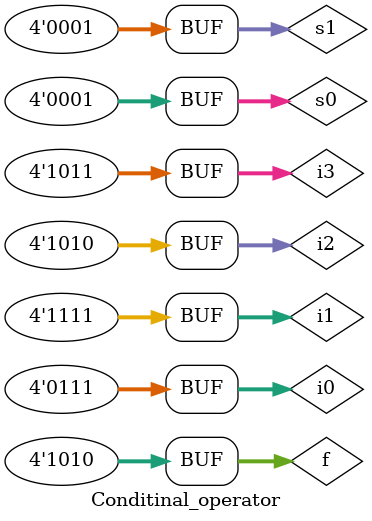
<source format=sv>

module Conditinal_operator();
  
  reg [3:0] f,s0,s1,i0,i1,i2,i3;
  
  
  initial 
    
    begin 
       s0=0; s1=0;
#2     s0=0; s1=1;
#2     s0=1; s1=0;
#2     s0=1; s1=1;

      
  
      i0=4'b0111;
      i1=4'b1111;
      i2=4'b1010;
      i3=4'b1011;
      
      
      f=s0?(s1?i2:i3):(s1?i1:i0);
      
      
      
      $monitor("s0=%b,s1=%b,i0=%b,i1=%b,i2=%b,i3=%b,\nf=%b",s0,s1,i0,i1,i2,i3,f
  );
    
    end 
  
  initial 
    
    begin 
      
      $dumpfile("dump.vcd");
      $dumpvars();
      
    end
  
endmodule


</source>
